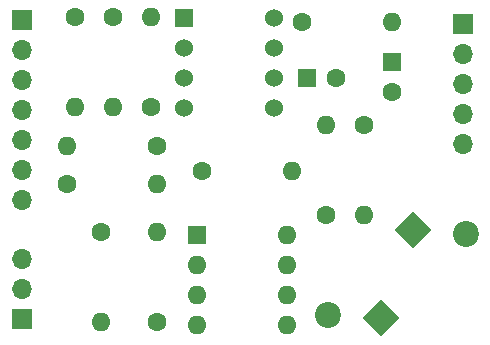
<source format=gts>
G04 #@! TF.GenerationSoftware,KiCad,Pcbnew,7.0.11-7.0.11~ubuntu22.04.1*
G04 #@! TF.CreationDate,2024-07-25T22:55:08-03:00*
G04 #@! TF.ProjectId,Fonte_corrente_mono_V01b_compacto,466f6e74-655f-4636-9f72-72656e74655f,rev?*
G04 #@! TF.SameCoordinates,Original*
G04 #@! TF.FileFunction,Soldermask,Top*
G04 #@! TF.FilePolarity,Negative*
%FSLAX46Y46*%
G04 Gerber Fmt 4.6, Leading zero omitted, Abs format (unit mm)*
G04 Created by KiCad (PCBNEW 7.0.11-7.0.11~ubuntu22.04.1) date 2024-07-25 22:55:08*
%MOMM*%
%LPD*%
G01*
G04 APERTURE LIST*
G04 Aperture macros list*
%AMHorizOval*
0 Thick line with rounded ends*
0 $1 width*
0 $2 $3 position (X,Y) of the first rounded end (center of the circle)*
0 $4 $5 position (X,Y) of the second rounded end (center of the circle)*
0 Add line between two ends*
20,1,$1,$2,$3,$4,$5,0*
0 Add two circle primitives to create the rounded ends*
1,1,$1,$2,$3*
1,1,$1,$4,$5*%
%AMRotRect*
0 Rectangle, with rotation*
0 The origin of the aperture is its center*
0 $1 length*
0 $2 width*
0 $3 Rotation angle, in degrees counterclockwise*
0 Add horizontal line*
21,1,$1,$2,0,0,$3*%
G04 Aperture macros list end*
%ADD10C,1.600000*%
%ADD11O,1.600000X1.600000*%
%ADD12R,1.600000X1.600000*%
%ADD13R,1.700000X1.700000*%
%ADD14O,1.700000X1.700000*%
%ADD15RotRect,2.200000X2.200000X45.000000*%
%ADD16HorizOval,2.200000X0.000000X0.000000X0.000000X0.000000X0*%
%ADD17R,1.524000X1.524000*%
%ADD18C,1.524000*%
%ADD19RotRect,2.200000X2.200000X225.000000*%
%ADD20HorizOval,2.200000X0.000000X0.000000X0.000000X0.000000X0*%
G04 APERTURE END LIST*
D10*
X228250000Y-93490000D03*
D11*
X228250000Y-101110000D03*
D12*
X223394900Y-89500000D03*
D10*
X225894900Y-89500000D03*
D13*
X199250000Y-109975000D03*
D14*
X199250000Y-107435000D03*
X199250000Y-104895000D03*
D10*
X214490000Y-97400000D03*
D11*
X222110000Y-97400000D03*
D10*
X203800000Y-84390000D03*
D11*
X203800000Y-92010000D03*
D10*
X210200000Y-92010000D03*
D11*
X210200000Y-84390000D03*
D15*
X229657900Y-109892100D03*
D16*
X236842105Y-102707895D03*
D10*
X210700000Y-95300000D03*
D11*
X203080000Y-95300000D03*
D10*
X210700000Y-110220000D03*
D11*
X210700000Y-102600000D03*
D12*
X214100000Y-102810000D03*
D11*
X214100000Y-105350000D03*
X214100000Y-107890000D03*
X214100000Y-110430000D03*
X221720000Y-110430000D03*
X221720000Y-107890000D03*
X221720000Y-105350000D03*
X221720000Y-102810000D03*
D10*
X207000000Y-84390000D03*
D11*
X207000000Y-92010000D03*
D10*
X206000000Y-102600000D03*
D11*
X206000000Y-110220000D03*
D17*
X213000000Y-84460000D03*
D18*
X213000000Y-87000000D03*
X213000000Y-89540000D03*
X213000000Y-92080000D03*
X220620000Y-92080000D03*
X220620000Y-89540000D03*
X220620000Y-87000000D03*
X220620000Y-84460000D03*
D12*
X230600000Y-88194900D03*
D10*
X230600000Y-90694900D03*
X225050000Y-101110000D03*
D11*
X225050000Y-93490000D03*
D13*
X199250000Y-84640000D03*
D14*
X199250000Y-87180000D03*
X199250000Y-89720000D03*
X199250000Y-92260000D03*
X199250000Y-94800000D03*
X199250000Y-97340000D03*
X199250000Y-99880000D03*
D19*
X232392100Y-102407900D03*
D20*
X225207895Y-109592105D03*
D13*
X236650000Y-84970000D03*
D14*
X236650000Y-87510000D03*
X236650000Y-90050000D03*
X236650000Y-92590000D03*
X236650000Y-95130000D03*
D10*
X222990000Y-84800000D03*
D11*
X230610000Y-84800000D03*
D10*
X203100000Y-98500000D03*
D11*
X210720000Y-98500000D03*
M02*

</source>
